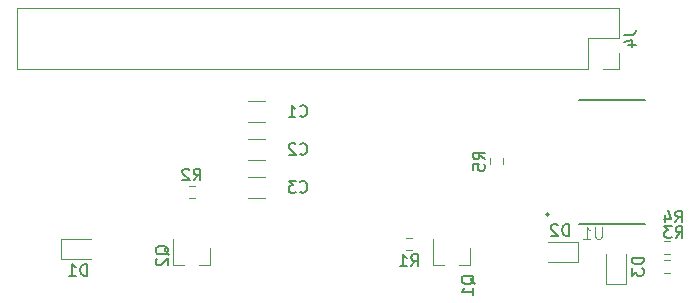
<source format=gbo>
%TF.GenerationSoftware,KiCad,Pcbnew,(6.0.8)*%
%TF.CreationDate,2023-02-20T09:44:42-06:00*%
%TF.ProjectId,PumpTimerV2,50756d70-5469-46d6-9572-56322e6b6963,rev?*%
%TF.SameCoordinates,Original*%
%TF.FileFunction,Legend,Bot*%
%TF.FilePolarity,Positive*%
%FSLAX46Y46*%
G04 Gerber Fmt 4.6, Leading zero omitted, Abs format (unit mm)*
G04 Created by KiCad (PCBNEW (6.0.8)) date 2023-02-20 09:44:42*
%MOMM*%
%LPD*%
G01*
G04 APERTURE LIST*
%ADD10C,0.150000*%
%ADD11C,0.015000*%
%ADD12C,0.120000*%
%ADD13C,0.127000*%
%ADD14C,0.200000*%
G04 APERTURE END LIST*
D10*
%TO.C,D1*%
X52938095Y-86602380D02*
X52938095Y-85602380D01*
X52700000Y-85602380D01*
X52557142Y-85650000D01*
X52461904Y-85745238D01*
X52414285Y-85840476D01*
X52366666Y-86030952D01*
X52366666Y-86173809D01*
X52414285Y-86364285D01*
X52461904Y-86459523D01*
X52557142Y-86554761D01*
X52700000Y-86602380D01*
X52938095Y-86602380D01*
X51414285Y-86602380D02*
X51985714Y-86602380D01*
X51700000Y-86602380D02*
X51700000Y-85602380D01*
X51795238Y-85745238D01*
X51890476Y-85840476D01*
X51985714Y-85888095D01*
%TO.C,D2*%
X93738095Y-83202380D02*
X93738095Y-82202380D01*
X93500000Y-82202380D01*
X93357142Y-82250000D01*
X93261904Y-82345238D01*
X93214285Y-82440476D01*
X93166666Y-82630952D01*
X93166666Y-82773809D01*
X93214285Y-82964285D01*
X93261904Y-83059523D01*
X93357142Y-83154761D01*
X93500000Y-83202380D01*
X93738095Y-83202380D01*
X92785714Y-82297619D02*
X92738095Y-82250000D01*
X92642857Y-82202380D01*
X92404761Y-82202380D01*
X92309523Y-82250000D01*
X92261904Y-82297619D01*
X92214285Y-82392857D01*
X92214285Y-82488095D01*
X92261904Y-82630952D01*
X92833333Y-83202380D01*
X92214285Y-83202380D01*
%TO.C,Q1*%
X85747619Y-87304761D02*
X85700000Y-87209523D01*
X85604761Y-87114285D01*
X85461904Y-86971428D01*
X85414285Y-86876190D01*
X85414285Y-86780952D01*
X85652380Y-86828571D02*
X85604761Y-86733333D01*
X85509523Y-86638095D01*
X85319047Y-86590476D01*
X84985714Y-86590476D01*
X84795238Y-86638095D01*
X84700000Y-86733333D01*
X84652380Y-86828571D01*
X84652380Y-87019047D01*
X84700000Y-87114285D01*
X84795238Y-87209523D01*
X84985714Y-87257142D01*
X85319047Y-87257142D01*
X85509523Y-87209523D01*
X85604761Y-87114285D01*
X85652380Y-87019047D01*
X85652380Y-86828571D01*
X85652380Y-88209523D02*
X85652380Y-87638095D01*
X85652380Y-87923809D02*
X84652380Y-87923809D01*
X84795238Y-87828571D01*
X84890476Y-87733333D01*
X84938095Y-87638095D01*
%TO.C,Q2*%
X59847619Y-84804761D02*
X59800000Y-84709523D01*
X59704761Y-84614285D01*
X59561904Y-84471428D01*
X59514285Y-84376190D01*
X59514285Y-84280952D01*
X59752380Y-84328571D02*
X59704761Y-84233333D01*
X59609523Y-84138095D01*
X59419047Y-84090476D01*
X59085714Y-84090476D01*
X58895238Y-84138095D01*
X58800000Y-84233333D01*
X58752380Y-84328571D01*
X58752380Y-84519047D01*
X58800000Y-84614285D01*
X58895238Y-84709523D01*
X59085714Y-84757142D01*
X59419047Y-84757142D01*
X59609523Y-84709523D01*
X59704761Y-84614285D01*
X59752380Y-84519047D01*
X59752380Y-84328571D01*
X58847619Y-85138095D02*
X58800000Y-85185714D01*
X58752380Y-85280952D01*
X58752380Y-85519047D01*
X58800000Y-85614285D01*
X58847619Y-85661904D01*
X58942857Y-85709523D01*
X59038095Y-85709523D01*
X59180952Y-85661904D01*
X59752380Y-85090476D01*
X59752380Y-85709523D01*
%TO.C,R1*%
X80366666Y-85782380D02*
X80700000Y-85306190D01*
X80938095Y-85782380D02*
X80938095Y-84782380D01*
X80557142Y-84782380D01*
X80461904Y-84830000D01*
X80414285Y-84877619D01*
X80366666Y-84972857D01*
X80366666Y-85115714D01*
X80414285Y-85210952D01*
X80461904Y-85258571D01*
X80557142Y-85306190D01*
X80938095Y-85306190D01*
X79414285Y-85782380D02*
X79985714Y-85782380D01*
X79700000Y-85782380D02*
X79700000Y-84782380D01*
X79795238Y-84925238D01*
X79890476Y-85020476D01*
X79985714Y-85068095D01*
%TO.C,R3*%
X102777666Y-83375980D02*
X103111000Y-82899790D01*
X103349095Y-83375980D02*
X103349095Y-82375980D01*
X102968142Y-82375980D01*
X102872904Y-82423600D01*
X102825285Y-82471219D01*
X102777666Y-82566457D01*
X102777666Y-82709314D01*
X102825285Y-82804552D01*
X102872904Y-82852171D01*
X102968142Y-82899790D01*
X103349095Y-82899790D01*
X102444333Y-82375980D02*
X101825285Y-82375980D01*
X102158619Y-82756933D01*
X102015761Y-82756933D01*
X101920523Y-82804552D01*
X101872904Y-82852171D01*
X101825285Y-82947409D01*
X101825285Y-83185504D01*
X101872904Y-83280742D01*
X101920523Y-83328361D01*
X102015761Y-83375980D01*
X102301476Y-83375980D01*
X102396714Y-83328361D01*
X102444333Y-83280742D01*
%TO.C,R4*%
X102752266Y-82080580D02*
X103085600Y-81604390D01*
X103323695Y-82080580D02*
X103323695Y-81080580D01*
X102942742Y-81080580D01*
X102847504Y-81128200D01*
X102799885Y-81175819D01*
X102752266Y-81271057D01*
X102752266Y-81413914D01*
X102799885Y-81509152D01*
X102847504Y-81556771D01*
X102942742Y-81604390D01*
X103323695Y-81604390D01*
X101895123Y-81413914D02*
X101895123Y-82080580D01*
X102133219Y-81032961D02*
X102371314Y-81747247D01*
X101752266Y-81747247D01*
D11*
%TO.C,U1*%
X96531904Y-82454380D02*
X96531904Y-83263904D01*
X96484285Y-83359142D01*
X96436666Y-83406761D01*
X96341428Y-83454380D01*
X96150952Y-83454380D01*
X96055714Y-83406761D01*
X96008095Y-83359142D01*
X95960476Y-83263904D01*
X95960476Y-82454380D01*
X94960476Y-83454380D02*
X95531904Y-83454380D01*
X95246190Y-83454380D02*
X95246190Y-82454380D01*
X95341428Y-82597238D01*
X95436666Y-82692476D01*
X95531904Y-82740095D01*
D10*
%TO.C,J4*%
X98412380Y-66166666D02*
X99126666Y-66166666D01*
X99269523Y-66119047D01*
X99364761Y-66023809D01*
X99412380Y-65880952D01*
X99412380Y-65785714D01*
X98745714Y-67071428D02*
X99412380Y-67071428D01*
X98364761Y-66833333D02*
X99079047Y-66595238D01*
X99079047Y-67214285D01*
%TO.C,C1*%
X70966666Y-73057142D02*
X71014285Y-73104761D01*
X71157142Y-73152380D01*
X71252380Y-73152380D01*
X71395238Y-73104761D01*
X71490476Y-73009523D01*
X71538095Y-72914285D01*
X71585714Y-72723809D01*
X71585714Y-72580952D01*
X71538095Y-72390476D01*
X71490476Y-72295238D01*
X71395238Y-72200000D01*
X71252380Y-72152380D01*
X71157142Y-72152380D01*
X71014285Y-72200000D01*
X70966666Y-72247619D01*
X70014285Y-73152380D02*
X70585714Y-73152380D01*
X70300000Y-73152380D02*
X70300000Y-72152380D01*
X70395238Y-72295238D01*
X70490476Y-72390476D01*
X70585714Y-72438095D01*
%TO.C,R2*%
X61966666Y-78522380D02*
X62300000Y-78046190D01*
X62538095Y-78522380D02*
X62538095Y-77522380D01*
X62157142Y-77522380D01*
X62061904Y-77570000D01*
X62014285Y-77617619D01*
X61966666Y-77712857D01*
X61966666Y-77855714D01*
X62014285Y-77950952D01*
X62061904Y-77998571D01*
X62157142Y-78046190D01*
X62538095Y-78046190D01*
X61585714Y-77617619D02*
X61538095Y-77570000D01*
X61442857Y-77522380D01*
X61204761Y-77522380D01*
X61109523Y-77570000D01*
X61061904Y-77617619D01*
X61014285Y-77712857D01*
X61014285Y-77808095D01*
X61061904Y-77950952D01*
X61633333Y-78522380D01*
X61014285Y-78522380D01*
%TO.C,R5*%
X86621980Y-76737133D02*
X86145790Y-76403800D01*
X86621980Y-76165704D02*
X85621980Y-76165704D01*
X85621980Y-76546657D01*
X85669600Y-76641895D01*
X85717219Y-76689514D01*
X85812457Y-76737133D01*
X85955314Y-76737133D01*
X86050552Y-76689514D01*
X86098171Y-76641895D01*
X86145790Y-76546657D01*
X86145790Y-76165704D01*
X85621980Y-77641895D02*
X85621980Y-77165704D01*
X86098171Y-77118085D01*
X86050552Y-77165704D01*
X86002933Y-77260942D01*
X86002933Y-77499038D01*
X86050552Y-77594276D01*
X86098171Y-77641895D01*
X86193409Y-77689514D01*
X86431504Y-77689514D01*
X86526742Y-77641895D01*
X86574361Y-77594276D01*
X86621980Y-77499038D01*
X86621980Y-77260942D01*
X86574361Y-77165704D01*
X86526742Y-77118085D01*
%TO.C,D3*%
X100052380Y-85061904D02*
X99052380Y-85061904D01*
X99052380Y-85300000D01*
X99100000Y-85442857D01*
X99195238Y-85538095D01*
X99290476Y-85585714D01*
X99480952Y-85633333D01*
X99623809Y-85633333D01*
X99814285Y-85585714D01*
X99909523Y-85538095D01*
X100004761Y-85442857D01*
X100052380Y-85300000D01*
X100052380Y-85061904D01*
X99052380Y-85966666D02*
X99052380Y-86585714D01*
X99433333Y-86252380D01*
X99433333Y-86395238D01*
X99480952Y-86490476D01*
X99528571Y-86538095D01*
X99623809Y-86585714D01*
X99861904Y-86585714D01*
X99957142Y-86538095D01*
X100004761Y-86490476D01*
X100052380Y-86395238D01*
X100052380Y-86109523D01*
X100004761Y-86014285D01*
X99957142Y-85966666D01*
%TO.C,C3*%
X70966666Y-79457142D02*
X71014285Y-79504761D01*
X71157142Y-79552380D01*
X71252380Y-79552380D01*
X71395238Y-79504761D01*
X71490476Y-79409523D01*
X71538095Y-79314285D01*
X71585714Y-79123809D01*
X71585714Y-78980952D01*
X71538095Y-78790476D01*
X71490476Y-78695238D01*
X71395238Y-78600000D01*
X71252380Y-78552380D01*
X71157142Y-78552380D01*
X71014285Y-78600000D01*
X70966666Y-78647619D01*
X70633333Y-78552380D02*
X70014285Y-78552380D01*
X70347619Y-78933333D01*
X70204761Y-78933333D01*
X70109523Y-78980952D01*
X70061904Y-79028571D01*
X70014285Y-79123809D01*
X70014285Y-79361904D01*
X70061904Y-79457142D01*
X70109523Y-79504761D01*
X70204761Y-79552380D01*
X70490476Y-79552380D01*
X70585714Y-79504761D01*
X70633333Y-79457142D01*
%TO.C,C2*%
X70966666Y-76257142D02*
X71014285Y-76304761D01*
X71157142Y-76352380D01*
X71252380Y-76352380D01*
X71395238Y-76304761D01*
X71490476Y-76209523D01*
X71538095Y-76114285D01*
X71585714Y-75923809D01*
X71585714Y-75780952D01*
X71538095Y-75590476D01*
X71490476Y-75495238D01*
X71395238Y-75400000D01*
X71252380Y-75352380D01*
X71157142Y-75352380D01*
X71014285Y-75400000D01*
X70966666Y-75447619D01*
X70585714Y-75447619D02*
X70538095Y-75400000D01*
X70442857Y-75352380D01*
X70204761Y-75352380D01*
X70109523Y-75400000D01*
X70061904Y-75447619D01*
X70014285Y-75542857D01*
X70014285Y-75638095D01*
X70061904Y-75780952D01*
X70633333Y-76352380D01*
X70014285Y-76352380D01*
D12*
%TO.C,D1*%
X50700000Y-85150000D02*
X53250000Y-85150000D01*
X50700000Y-83450000D02*
X53250000Y-83450000D01*
X50700000Y-85150000D02*
X50700000Y-83450000D01*
%TO.C,D2*%
X94500000Y-83750000D02*
X94500000Y-85450000D01*
X94500000Y-85450000D02*
X91950000Y-85450000D01*
X94500000Y-83750000D02*
X91950000Y-83750000D01*
%TO.C,Q1*%
X85380000Y-85660000D02*
X85380000Y-84200000D01*
X82220000Y-85660000D02*
X83150000Y-85660000D01*
X85380000Y-85660000D02*
X84450000Y-85660000D01*
X82220000Y-85660000D02*
X82220000Y-83500000D01*
%TO.C,Q2*%
X60220000Y-85660000D02*
X60220000Y-83500000D01*
X60220000Y-85660000D02*
X61150000Y-85660000D01*
X63380000Y-85660000D02*
X63380000Y-84200000D01*
X63380000Y-85660000D02*
X62450000Y-85660000D01*
%TO.C,R1*%
X79945276Y-83377500D02*
X80454724Y-83377500D01*
X79945276Y-84422500D02*
X80454724Y-84422500D01*
%TO.C,R3*%
X102281524Y-86341700D02*
X101772076Y-86341700D01*
X102281524Y-85296700D02*
X101772076Y-85296700D01*
%TO.C,R4*%
X102281524Y-84716100D02*
X101772076Y-84716100D01*
X102281524Y-83671100D02*
X101772076Y-83671100D01*
D13*
%TO.C,U1*%
X94565000Y-71740000D02*
X100165000Y-71740000D01*
X94565000Y-82240000D02*
X100165000Y-82240000D01*
D14*
X92030000Y-81410000D02*
G75*
G03*
X92030000Y-81410000I-100000J0D01*
G01*
D12*
%TO.C,J4*%
X95360000Y-69100000D02*
X95360000Y-66500000D01*
X47040000Y-69100000D02*
X47040000Y-63900000D01*
X97960000Y-66500000D02*
X97960000Y-63900000D01*
X95360000Y-69100000D02*
X47040000Y-69100000D01*
X96630000Y-69100000D02*
X97960000Y-69100000D01*
X97960000Y-63900000D02*
X47040000Y-63900000D01*
X95360000Y-66500000D02*
X97960000Y-66500000D01*
X97960000Y-69100000D02*
X97960000Y-67770000D01*
%TO.C,C1*%
X66588748Y-73610000D02*
X68011252Y-73610000D01*
X66588748Y-71790000D02*
X68011252Y-71790000D01*
%TO.C,R2*%
X62054724Y-80022500D02*
X61545276Y-80022500D01*
X62054724Y-78977500D02*
X61545276Y-78977500D01*
%TO.C,R5*%
X87077100Y-76649076D02*
X87077100Y-77158524D01*
X88122100Y-76649076D02*
X88122100Y-77158524D01*
%TO.C,D3*%
X98600000Y-87300000D02*
X96900000Y-87300000D01*
X98600000Y-87300000D02*
X98600000Y-84750000D01*
X96900000Y-87300000D02*
X96900000Y-84750000D01*
%TO.C,C3*%
X66588748Y-80010000D02*
X68011252Y-80010000D01*
X66588748Y-78190000D02*
X68011252Y-78190000D01*
%TO.C,C2*%
X66588748Y-74990000D02*
X68011252Y-74990000D01*
X66588748Y-76810000D02*
X68011252Y-76810000D01*
%TD*%
M02*

</source>
